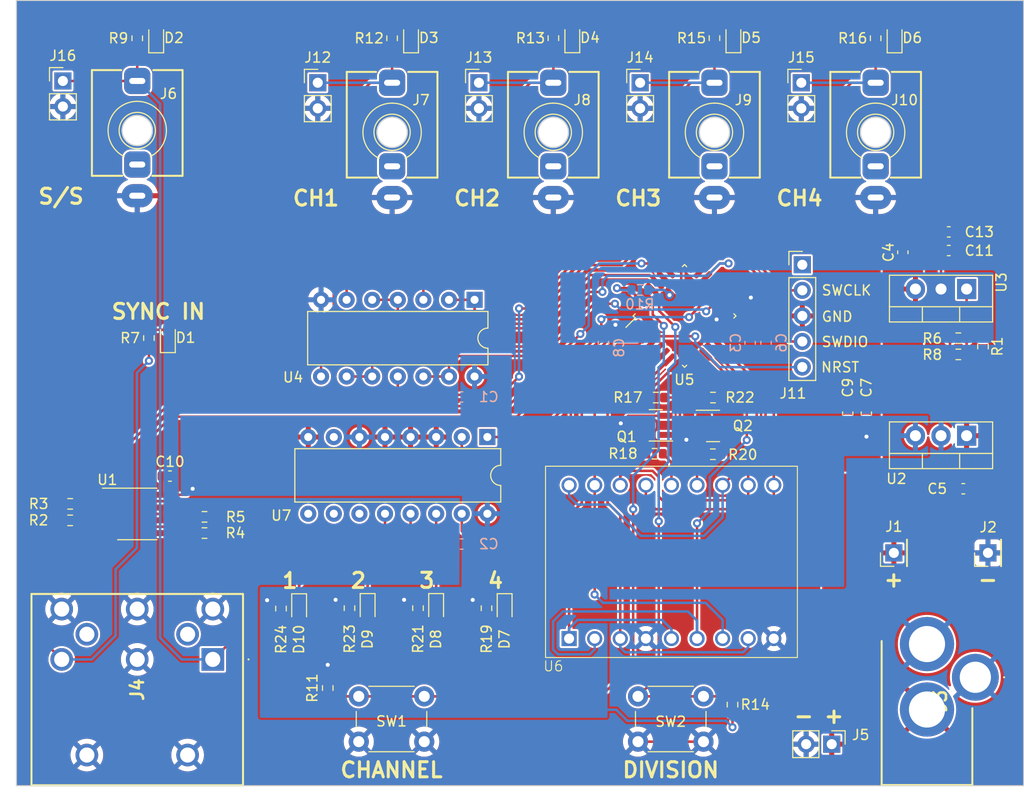
<source format=kicad_pcb>
(kicad_pcb (version 20221018) (generator pcbnew)
  (layers (0 "F.Cu" signal) (31 "B.Cu" signal) (34 "B.Paste" user) (35 "F.Paste" user) (36 "B.SilkS" user "B.Silkscreen") (37 "F.SilkS" user "F.Silkscreen") (38 "B.Mask" user) (39 "F.Mask" user) (44 "Edge.Cuts" user))
  (net 0 "")
  (net 1 "VCC")
  (net 2 "GND")
  (net 3 "+5V")
  (net 4 "+3.3V")
  (net 5 "Net-(D1-A)")
  (net 6 "Net-(D2-A)")
  (net 7 "Net-(D3-A)")
  (net 8 "Net-(D4-A)")
  (net 9 "Net-(D5-A)")
  (net 10 "Net-(D6-A)")
  (net 11 "Net-(D7-A)")
  (net 12 "Net-(D8-A)")
  (net 13 "Net-(D9-A)")
  (net 14 "Net-(D10-A)")
  (net 15 "START_STOP_IN")
  (net 16 "SYNC_CH1")
  (net 17 "SYNC_CH2")
  (net 18 "SYNC_CH3")
  (net 19 "SYNC_CH4")
  (net 20 "SYNC_IN")
  (net 21 "Net-(Q1-B)")
  (net 22 "Net-(Q1-C)")
  (net 23 "Net-(Q2-B)")
  (net 24 "Net-(Q2-C)")
  (net 25 "TENS_SEL")
  (net 26 "ONES_SEL")
  (net 27 "BOOT0")
  (net 28 "CHN_SEL")
  (net 29 "DIV_SEL")
  (net 30 "LED_SEL0")
  (net 31 "LED_SEL1")
  (net 32 "NRST")
  (net 33 "DISP_QA")
  (net 34 "DISP_QB")
  (net 35 "DISP_QC")
  (net 36 "DISP_QD")
  (net 37 "DISP_QE")
  (net 38 "DISP_QF")
  (net 39 "DISP_QG")
  (net 40 "TIM1_CLKIN")
  (net 41 "TIM1_CLKOUT")
  (net 42 "START_STOP")
  (net 43 "TIM4_CLKOUT")
  (net 44 "SWDIO")
  (net 45 "SWCLK")
  (net 46 "TIM2_CLKOUT")
  (net 47 "TIM3_CLKOUT")
  (net 48 "Net-(D7-K)")
  (net 49 "Net-(D8-K)")
  (net 50 "Net-(D9-K)")
  (net 51 "Net-(D10-K)")
  (net 55 "Net-(U3-ADJ)")
  (net 56 "Net-(U1A-+)")
  (net 57 "Net-(U1B-+)")
  (net 58 "Net-(U6-DIG1_COM)")
  (net 59 "Net-(U6-DIG2_COM)")
  (footprint "00mglib:Jack_3.5mm_QingPu_WQP-PJ398SM_Vertical" (layer "F.Cu") (at 175.3 50.09)
    (fp_text reference "J10")
    (fp_text value "AudioJack2")
    (fp_circle (center 0 0) (end 1.5 0) (stroke (width 0.12)) (fill none) (layer "Edge.Cuts"))
  )
  (footprint "LED_SMD:LED_0603_1608Metric" (layer "F.Cu") (at 118.07 97.4175 -90)
    (fp_text reference "D10")
    (fp_text value "CH4")
  )
  (footprint "Capacitor_SMD:C_0603_1608Metric" (layer "F.Cu") (at 174.38 78.01 90)
    (fp_text reference "C7")
    (fp_text value "1u")
  )
  (footprint "Connector_PinHeader_2.54mm:PinHeader_1x02_P2.54mm_Vertical" (layer "F.Cu") (at 135.92 45.17)
    (fp_text reference "J13")
    (fp_text value "Conn_01x02_Pin")
  )
  (footprint "Connector_PinHeader_2.54mm:PinHeader_1x02_P2.54mm_Vertical" (layer "F.Cu") (at 167.92 45.17)
    (fp_text reference "J15")
    (fp_text value "Conn_01x02_Pin")
  )
  (footprint "LED_SMD:LED_0603_1608Metric" (layer "F.Cu") (at 105.04 70.49 90)
    (fp_text reference "D1")
    (fp_text value "LED")
  )
  (footprint "Capacitor_SMD:C_0603_1608Metric" (layer "F.Cu") (at 172.529999 78.01 90)
    (fp_text reference "C9")
    (fp_text value "100n")
  )
  (footprint "Resistor_SMD:R_0603_1608Metric" (layer "F.Cu") (at 153.35 82.02)
    (fp_text reference "R18")
    (fp_text value "1k")
  )
  (footprint "Resistor_SMD:R_0603_1608Metric" (layer "F.Cu") (at 153.47 76.44)
    (fp_text reference "R17")
    (fp_text value "1k")
  )
  (footprint "Button_Switch_THT:SW_PUSH_6mm" (layer "F.Cu") (at 130.49 110.62 180)
    (fp_text reference "SW1")
    (fp_text value "SW_SPST")
  )
  (footprint "Capacitor_SMD:C_0603_1608Metric" (layer "F.Cu") (at 182.56 59.985)
    (fp_text reference "C13")
    (fp_text value "100n")
  )
  (footprint "Connector_PinHeader_2.54mm:PinHeader_1x02_P2.54mm_Vertical" (layer "F.Cu") (at 94.62 44.9925)
    (fp_text reference "J16")
    (fp_text value "Conn_01x02_Pin")
  )
  (footprint "Package_DIP:DIP-14_W7.62mm" (layer "F.Cu") (at 135.485 66.73 -90)
    (fp_text reference "U4")
    (fp_text value "74LS08")
  )
  (footprint "LED_SMD:LED_0603_1608Metric" (layer "F.Cu") (at 138.47 97.4075 -90)
    (fp_text reference "D7")
    (fp_text value "CH1")
  )
  (footprint "LED_SMD:LED_0603_1608Metric" (layer "F.Cu") (at 131.67 97.3975 -90)
    (fp_text reference "D8")
    (fp_text value "CH2")
  )
  (footprint "Package_QFP:LQFP-32_7x7mm_P0.8mm" (layer "F.Cu") (at 156.33 68.33 45)
    (fp_text reference "U5")
    (fp_text value "STM32G441KBTx")
  )
  (footprint "Resistor_SMD:R_0603_1608Metric" (layer "F.Cu") (at 143.31 40.74 90)
    (fp_text reference "R13")
    (fp_text value "1k")
  )
  (footprint "Resistor_SMD:R_0603_1608Metric" (layer "F.Cu") (at 127.3 40.75 90)
    (fp_text reference "R12")
    (fp_text value "1k")
  )
  (footprint "Resistor_SMD:R_0603_1608Metric" (layer "F.Cu") (at 102 40.75 90)
    (fp_text reference "R9")
    (fp_text value "1k")
  )
  (footprint "Resistor_SMD:R_0603_1608Metric" (layer "F.Cu") (at 185.955 71.365 -90)
    (fp_text reference "R1")
    (fp_text value "390R")
  )
  (footprint "Capacitor_SMD:C_0603_1608Metric" (layer "F.Cu") (at 184 85.5)
    (fp_text reference "C5")
    (fp_text value "1u")
  )
  (footprint "Resistor_SMD:R_0603_1608Metric" (layer "F.Cu") (at 95.34 87 180)
    (fp_text reference "R3")
    (fp_text value "3.3k")
  )
  (footprint "Package_TO_SOT_THT:TO-220-3_Vertical" (layer "F.Cu") (at 184.33 80.23 180)
    (fp_text reference "U2")
    (fp_text value "LM7805_TO220")
  )
  (footprint "Connector_PinHeader_2.54mm:PinHeader_1x02_P2.54mm_Vertical" (layer "F.Cu") (at 119.92 45.17)
    (fp_text reference "J12")
    (fp_text value "Conn_01x02_Pin")
  )
  (footprint "LED_SMD:LED_0603_1608Metric" (layer "F.Cu") (at 145.19 40.7 90)
    (fp_text reference "D4")
    (fp_text value "LED")
  )
  (footprint "Connector_PinHeader_2.54mm:PinHeader_1x01_P2.54mm_Vertical" (layer "F.Cu") (at 177.11 91.87 90)
    (fp_text reference "J1")
    (fp_text value "V+")
  )
  (footprint "Resistor_SMD:R_0603_1608Metric" (layer "F.Cu") (at 159.1525 76.44 180)
    (fp_text reference "R22")
    (fp_text value "1k")
  )
  (footprint "Resistor_SMD:R_0603_1608Metric" (layer "F.Cu") (at 95.34 88.64)
    (fp_text reference "R2")
    (fp_text value "2.2k")
  )
  (footprint "Connector_PinHeader_2.54mm:PinHeader_1x02_P2.54mm_Vertical" (layer "F.Cu") (at 151.92 45.17)
    (fp_text reference "J14")
    (fp_text value "Conn_01x02_Pin")
  )
  (footprint "00mglib:Jack_3.5mm_QingPu_WQP-PJ398SM_Vertical" (layer "F.Cu") (at 127.3 50.09)
    (fp_text reference "J7")
    (fp_text value "AudioJack2")
    (fp_circle (center 0 0) (end 1.5 0) (stroke (width 0.12)) (fill none) (layer "Edge.Cuts"))
  )
  (footprint "00mglib:Jack_3.5mm_QingPu_WQP-PJ398SM_Vertical" (layer "F.Cu") (at 102 49.9125)
    (fp_text reference "J6")
    (fp_text value "AudioJack2")
    (fp_circle (center 0 0) (end 1.5 0) (stroke (width 0.12)) (fill none) (layer "Edge.Cuts"))
  )
  (footprint "Resistor_SMD:R_0603_1608Metric" (layer "F.Cu") (at 108.675 89.9 180)
    (fp_text reference "R4")
    (fp_text value "2.2k")
  )
  (footprint "Capacitor_SMD:C_0603_1608Metric" (layer "F.Cu") (at 105.245 84.24)
    (fp_text reference "C10")
    (fp_text value "100n")
  )
  (footprint "Resistor_SMD:R_0603_1608Metric" (layer "F.Cu") (at 123.07 97.3575 -90)
    (fp_text reference "R23")
    (fp_text value "1k")
  )
  (footprint "Button_Switch_THT:SW_PUSH_6mm" (layer "F.Cu") (at 158.21 110.62 180)
    (fp_text reference "SW2")
    (fp_text value "SW_SPST")
  )
  (footprint "Resistor_SMD:R_0603_1608Metric" (layer "F.Cu") (at 159.1425 82.07 180)
    (fp_text reference "R20")
    (fp_text value "1k")
  )
  (footprint "00mglib:200975" (layer "F.Cu") (at 185.1975 104.226 90)
    (fp_text reference "J3")
    (fp_text value "DC" hide)
  )
  (footprint "Package_TO_SOT_SMD:SOT-23" (layer "F.Cu") (at 153.47 79.2 180)
    (fp_text reference "Q1")
    (fp_text value "BC807")
  )
  (footprint "Package_TO_SOT_SMD:SOT-23" (layer "F.Cu") (at 159.1575 79.26)
    (fp_text reference "Q2")
    (fp_text value "BC807")
  )
  (footprint "Resistor_SMD:R_0603_1608Metric" (layer "F.Cu") (at 161.09 106.94 90)
    (fp_text reference "R14")
    (fp_text value "1k")
  )
  (footprint "Resistor_SMD:R_0603_1608Metric" (layer "F.Cu") (at 159.3 40.74 90)
    (fp_text reference "R15")
    (fp_text value "1k")
  )
  (footprint "Resistor_SMD:R_0603_1608Metric" (layer "F.Cu") (at 183.505001 72.155)
    (fp_text reference "R8")
    (fp_text value "470R")
  )
  (footprint "Resistor_SMD:R_0603_1608Metric" (layer "F.Cu") (at 136.67 97.3675 -90)
    (fp_text reference "R19")
    (fp_text value "1k")
  )
  (footprint "LED_SMD:LED_0603_1608Metric" (layer "F.Cu") (at 124.87 97.3975 -90)
    (fp_text reference "D9")
    (fp_text value "CH3")
  )
  (footprint "Resistor_SMD:R_0603_1608Metric" (layer "F.Cu") (at 175.3 40.75 90)
    (fp_text reference "R16")
    (fp_text value "1k")
  )
  (footprint "Resistor_SMD:R_0603_1608Metric" (layer "F.Cu") (at 120.91 105.29 -90)
    (fp_text reference "R11")
    (fp_text value "1k")
  )
  (footprint "Connector_PinHeader_2.54mm:PinHeader_1x01_P2.54mm_Vertical" (layer "F.Cu") (at 186.45 91.87 90)
    (fp_text reference "J2")
    (fp_text value "GND")
  )
  (footprint "Connector_PinHeader_2.54mm:PinHeader_1x02_P2.54mm_Vertical" (layer "F.Cu") (at 170.94 110.87 -90)
    (fp_text reference "J5")
    (fp_text value "BATT")
  )
  (footprint "00mglib:Jack_3.5mm_QingPu_WQP-PJ398SM_Vertical" (layer "F.Cu") (at 159.3 50.09)
    (fp_text reference "J9")
    (fp_text value "AudioJack2")
    (fp_circle (center 0 0) (end 1.5 0) (stroke (width 0.12)) (fill none) (layer "Edge.Cuts"))
  )
  (footprint "Resistor_SMD:R_0603_1608Metric" (layer "F.Cu") (at 103.16 70.53 90)
    (fp_text reference "R7")
    (fp_text value "1k")
  )
  (footprint "LED_SMD:LED_0603_1608Metric" (layer "F.Cu") (at 161.18 40.7 90)
    (fp_text reference "D5")
    (fp_text value "LED")
  )
  (footprint "Package_TO_SOT_THT:TO-220-3_Vertical" (layer "F.Cu") (at 184.33 65.66 180)
    (fp_text reference "U3")
    (fp_text value "LM317_TO-220")
  )
  (footprint "LED_SMD:LED_0603_1608Metric" (layer "F.Cu") (at 103.88 40.71 90)
    (fp_text reference "D2")
    (fp_text value "LED")
  )
  (footprint "Connector_PinHeader_2.54mm:PinHeader_1x05_P2.54mm_Vertical" (layer "F.Cu") (at 168.02 63.25)
    (fp_text reference "J11")
    (fp_text value "DEBUG")
  )
  (footprint "00mglib:OSL20561" (layer "F.Cu") (at 142.53 102.26)
    (fp_text reference "U6")
    (fp_text value "~")
  )
  (footprint "LED_SMD:LED_0603_1608Metric" (layer "F.Cu") (at 177.18 40.71 90)
    (fp_text reference "D6")
    (fp_text value "LED")
  )
  (footprint "Capacitor_SMD:C_0603_1608Metric" (layer "F.Cu") (at 182.56 61.835)
    (fp_text reference "C11")
    (fp_text value "1u")
  )
  (footprint "Resistor_SMD:R_0603_1608Metric" (layer "F.Cu") (at 108.675 88.29)
    (fp_text reference "R5")
    (fp_text value "3.3k")
  )
  (footprint "Package_SO:SOIC-8_3.9x4.9mm_P1.27mm" (layer "F.Cu") (at 102 88)
    (fp_text reference "U1")
    (fp_text value "LM358")
  )
  (footprint "00mglib:Jack_3.5mm_QingPu_WQP-PJ398SM_Vertical" (layer "F.Cu") (at 143.3 50.09)
    (fp_text reference "J8")
    (fp_text value "AudioJack2")
    (fp_circle (center 0 0) (end 1.5 0) (stroke (width 0.12)) (fill none) (layer "Edge.Cuts"))
  )
  (footprint "Capacitor_SMD:C_0603_1608Metric" (layer "F.Cu") (at 178 62.01 90)
    (fp_text reference "C4")
    (fp_text value "1u")
  )
  (footprint "Package_DIP:DIP-16_W7.62mm" (layer "F.Cu") (at 136.755 80.36 -90)
    (fp_text reference "U7")
    (fp_text value "74HC138")
  )
  (footprint "LED_SMD:LED_0603_1608Metric" (layer "F.Cu") (at 129.18 40.71 90)
    (fp_text reference "D3")
    (fp_text value "LED")
  )
  (footprint "Resistor_SMD:R_0603_1608Metric" (layer "F.Cu") (at 129.87 97.3575 -90)
    (fp_text reference "R21")
    (fp_text value "1k")
  )
  (footprint "Resistor_SMD:R_0603_1608Metric" (layer "F.Cu") (at 183.505001 70.545)
    (fp_text reference "R6")
    (fp_text value "470R")
  )
  (footprint "00mglib:200551" (layer "F.Cu") (at 109.5 102.45 90)
    (fp_text reference "J4")
    (fp_text value "20-0551" hide)
  )
  (footprint "Resistor_SMD:R_0603_1608Metric" (layer "F.Cu") (at 116.27 97.3975 -90)
    (fp_text reference "R24")
    (fp_text value "1k")
  )
  (footprint "Capacitor_SMD:C_0603_1608Metric" (layer "B.Cu") (at 162.84 71 -90)
    (fp_text reference "C3")
    (fp_text value "100n" hide)
  )
  (footprint "Capacitor_SMD:C_0603_1608Metric" (layer "B.Cu") (at 164.42 71 -90)
    (fp_text reference "C6")
    (fp_text value "100n")
  )
  (footprint "Capacitor_SMD:C_0603_1608Metric" (layer "B.Cu") (at 148.27 71 -90)
    (fp_text reference "C8")
    (fp_text value "100n")
  )
  (footprint "Capacitor_SMD:C_0603_1608Metric" (layer "B.Cu") (at 134.2 90.99 180)
    (fp_text reference "C2")
    (fp_text value "100n")
  )
  (footprint "Capacitor_SMD:C_0603_1608Metric" (layer "B.Cu") (at 134.18 76.38 180)
    (fp_text reference "C1")
    (fp_text value "100n")
  )
  (footprint "Resistor_SMD:R_0603_1608Metric" (layer "B.Cu") (at 151.89 65.75)
    (fp_text reference "R10")
    (fp_text value "10k" hide)
  )
  (gr_rect (start 90 37) (end 190 115) (stroke (width 0.1)) (fill none) (layer "Edge.Cuts"))
  (gr_text "2" (at 123.95 95.4975) (layer "F.SilkS") (effects (font (size 1.5 1.5) (thickness 0.3) bold) (justify bottom)))
  (gr_text "CH4" (at 167.74 57.52) (layer "F.SilkS") (effects (font (size 1.5 1.5) (thickness 0.3) bold) (justify bottom)))
  (gr_text "+ -" (at 169.665 107.38 180) (layer "F.SilkS") (effects (font (size 1.5 1.5) (thickness 0.3) bold) (justify bottom)))
  (gr_text "CH3" (at 151.74 57.52) (layer "F.SilkS") (effects (font (size 1.5 1.5) (thickness 0.3) bold) (justify bottom)))
  (gr_text "S/S" (at 94.44 57.3425) (layer "F.SilkS") (effects (font (size 1.5 1.5) (thickness 0.3) bold) (justify bottom)))
  (gr_text "CH1" (at 119.74 57.52) (layer "F.SilkS") (effects (font (size 1.5 1.5) (thickness 0.3) bold) (justify bottom)))
  (gr_text "SWDIO" (at 172.26 70.91) (layer "F.SilkS") (effects (font (size 1 1))))
  (gr_text "CH2" (at 135.74 57.52) (layer "F.SilkS") (effects (font (size 1.5 1.5) (thickness 0.3) bold) (justify bottom)))
  (gr_text "SYNC IN" (at 104.1 68.78) (layer "F.SilkS") (effects (font (size 1.5 1.5) (thickness 0.3) bold) (justify bottom)))
  (gr_text "SWCLK" (at 172.41 65.79) (layer "F.SilkS") (effects (font (size 1 1))))
  (gr_text "-" (at 186.44 95.38) (layer "F.SilkS") (effects (font (size 1.5 1.5) (thickness 0.3) bold) (justify bottom)))
  (gr_text "4" (at 137.56 95.5075) (layer "F.SilkS") (effects (font (size 1.5 1.5) (thickness 0.3) bold) (justify bottom)))
  (gr_text "+" (at 177.1 95.38) (layer "F.SilkS") (effects (font (size 1.5 1.5) (thickness 0.3) bold) (justify bottom)))
  (gr_text "3" (at 130.75 95.4925) (layer "F.SilkS") (effects (font (size 1.5 1.5) (thickness 0.3) bold) (justify bottom)))
  (gr_text "GND" (at 171.48 68.4) (layer "F.SilkS") (effects (font (size 1 1))))
  (gr_text "CHANNEL" (at 127.24 114.31) (layer "F.SilkS") (effects (font (size 1.5 1.5) (thickness 0.3) bold) (justify bottom)))
  (gr_text "NRST" (at 171.78 73.43) (layer "F.SilkS") (effects (font (size 1 1))))
  (gr_text "1" (at 117.15 95.5125) (layer "F.SilkS") (effects (font (size 1.5 1.5) (thickness 0.3) bold) (justify bottom)))
  (gr_text "DIVISION" (at 154.96 114.31) (layer "F.SilkS") (effects (font (size 1.5 1.5) (thickness 0.3) bold) (justify bottom)))
  (segment (start 99.52 89.9) (end 99.525 89.905) (width 0.25) (layer "F.Cu") (net 2))
  (segment (start 151.71 110.62) (end 158.21 110.62) (width 0.25) (layer "F.Cu") (net 2))
  (segment (start 94.51 86.995) (end 94.515 87) (width 0.25) (layer "F.Cu") (net 2))
  (via (at 154.83725 66.26275) (size 0.8) (drill 0.4) (layers "F.Cu" "B.Cu") (net 2))
  (segment (start 154.3245 65.75) (end 152.715 65.75) (width 0.25) (layer "B.Cu") (net 2))
  (segment (start 154.83725 66.26275) (end 154.3245 65.75) (width 0.25) (layer "B.Cu") (net 2))
  (segment (start 174.39 80.32) (end 174.39 78.795) (width 0.25) (layer "F.Cu") (net 3))
  (segment (start 104.47 86.09) (end 104.475 86.095) (width 0.25) (layer "F.Cu") (net 3))
  (segment (start 107.5 85.5) (end 106.905 86.095) (width 0.25) (layer "F.Cu") (net 3))
  (segment (start 121.69 96.53) (end 123.0675 96.53) (width 0.25) (layer "F.Cu") (net 3))
  (segment (start 150 79) (end 150.75 78.25) (width 0.25) (layer "F.Cu") (net 3))
  (segment (start 156.93 80.21) (end 156.51 80.63) (width 0.25) (layer "F.Cu") (net 3))
  (segment (start 129.8675 96.53) (end 129.87 96.5325) (width 0.25) (layer "F.Cu") (net 3))
  (segment (start 104.47 84.24) (end 104.47 86.09) (width 0.25) (layer "F.Cu") (net 3))
  (segment (start 174.39 78.795) (end 174.38 78.785) (width 0.25) (layer "F.Cu") (net 3))
  (segment (start 135.3 96.54) (end 136.6675 96.54) (width 0.25) (layer "F.Cu") (net 3))
  (segment (start 128.49 96.53) (end 129.8675 96.53) (width 0.25) (layer "F.Cu") (net 3))
  (segment (start 106.905 86.095) (end 104.475 86.095) (width 0.25) (layer "F.Cu") (net 3))
  (segment (start 104.48 86.1) (end 104.475 86.095) (width 0.25) (layer "F.Cu") (net 3))
  (segment (start 174.38 78.785) (end 174.385 78.78) (width 0.25) (layer "F.Cu") (net 3))
  (segment (start 161.09 107.765) (end 161.09 109.19) (width 0.25) (layer "F.Cu") (net 3))
  (segment (start 150.75 78.25) (end 154.4075 78.25) (width 0.25) (layer "F.Cu") (net 3))
  (segment (start 114.89 96.57) (end 116.2675 96.57) (width 0.25) (layer "F.Cu") (net 3))
  (segment (start 158.22 80.21) (end 156.93 80.21) (width 0.25) (layer "F.Cu") (net 3))
  (segment (start 136.6675 96.54) (end 136.67 96.5425) (width 0.25) (layer "F.Cu") (net 3))
  (segment (start 172.529999 78.785) (end 174.38 78.785) (width 0.25) (layer "F.Cu") (net 3))
  (segment (start 116.2675 96.57) (end 116.27 96.5725) (width 0.25) (layer "F.Cu") (net 3))
  (segment (start 120.91 102.99) (end 120.91 104.465) (width 0.25) (layer "F.Cu") (net 3))
  (segment (start 123.0675 96.53) (end 123.07 96.5325) (width 0.25) (layer "F.Cu") (net 3))
  (via (at 107.5 85.5) (size 0.8) (drill 0.4) (layers "F.Cu" "B.Cu") (net 3))
  (via (at 114.89 96.57) (size 0.8) (drill 0.4) (layers "F.Cu" "B.Cu") (net 3))
  (via (at 121.69 96.53) (size 0.8) (drill 0.4) (layers "F.Cu" "B.Cu") (net 3))
  (via (at 128.49 96.53) (size 0.8) (drill 0.4) (layers "F.Cu" "B.Cu") (net 3))
  (via (at 174.39 80.32) (size 0.8) (drill 0.4) (layers "F.Cu" "B.Cu") (net 3))
  (via (at 150 79) (size 0.8) (drill 0.4) (layers "F.Cu" "B.Cu") (net 3))
  (via (at 120.91 102.99) (size 0.8) (drill 0.4) (layers "F.Cu" "B.Cu") (net 3))
  (via (at 156.51 80.63) (size 0.8) (drill 0.4) (layers "F.Cu" "B.Cu") (net 3))
  (via (at 161.09 109.19) (size 0.8) (drill 0.4) (layers "F.Cu" "B.Cu") (net 3))
  (via (at 135.3 96.54) (size 0.8) (drill 0.4) (layers "F.Cu" "B.Cu") (net 3))
  (segment (start 150.65 108.55) (end 149.55 107.45) (width 0.25) (layer "B.Cu") (net 3))
  (segment (start 149.55 107.45) (end 147.81 107.45) (width 0.25) (layer "B.Cu") (net 3))
  (segment (start 161.09 109.19) (end 160.45 108.55) (width 0.25) (layer "B.Cu") (net 3))
  (segment (start 160.45 108.55) (end 150.65 108.55) (width 0.25) (layer "B.Cu") (net 3))
  (segment (start 182.42 70.545) (end 182.68 70.545001) (width 0.25) (layer "F.Cu") (net 4))
  (segment (start 150.1 69.84) (end 150.860202 69.84) (width 0.25) (layer "F.Cu") (net 4))
  (segment (start 159.51 68.681573) (end 160.696384 69.867957) (width 0.25) (layer "F.Cu") (net 4))
  (segment (start 150.860202 69.84) (end 151.39793 69.302272) (width 0.25) (layer "F.Cu") (net 4))
  (segment (start 181.79 61.84) (end 181.79 65.66) (width 0.25) (layer "F.Cu") (net 4))
  (segment (start 181.79 69.914999) (end 182.42 70.545) (width 0.25) (layer "F.Cu") (net 4))
  (segment (start 181.79 65.66) (end 181.79 69.914999) (width 0.25) (layer "F.Cu") (net 4))
  (segment (start 181.785 59.985) (end 181.785 61.835) (width 0.25) (layer "F.Cu") (net 4))
  (segment (start 159.51 68.68) (end 159.51 68.681573) (width 0.25) (layer "F.Cu") (net 4))
  (segment (start 162.91 66.51) (end 162.109798 66.51) (width 0.25) (layer "F.Cu") (net 4))
  (segment (start 181.785 61.835) (end 181.79 61.84) (width 0.25) (layer "F.Cu") (net 4))
  (segment (start 182.680001 72.155) (end 182.680001 70.545) (width 0.25) (layer "F.Cu") (net 4))
  (segment (start 149.47 69.21) (end 150.1 69.84) (width 0.25) (layer "F.Cu") (net 4))
  (segment (start 162.109798 66.51) (end 161.26207 67.357728) (width 0.25) (layer "F.Cu") (net 4))
  (via (at 159.51 68.68) (size 0.8) (drill 0.4) (layers "F.Cu" "B.Cu") (net 4))
  (via (at 149.47 69.21) (size 0.8) (drill 0.4) (layers "F.Cu" "B.Cu") (net 4))
  (via (at 162.91 66.51) (size 0.8) (drill 0.4) (layers "F.Cu" "B.Cu") (net 4))
  (segment (start 103.16 69.705) (end 105.0375 69.705) (width 0.25) (layer "F.Cu") (net 5))
  (segment (start 105.0375 69.705) (end 105.04 69.7025) (width 0.25) (layer "F.Cu") (net 5))
  (segment (start 102 39.925) (end 103.8775 39.925) (width 0.25) (layer "F.Cu") (net 6))
  (segment (start 103.8775 39.925) (end 103.88 39.9225) (width 0.25) (layer "F.Cu") (net 6))
  (segment (start 129.1775 39.925) (end 129.18 39.9225) (width 0.25) (layer "F.Cu") (net 7))
  (segment (start 127.3 39.925) (end 129.1775 39.925) (width 0.25) (layer "F.Cu") (net 7))
  (segment (start 145.19 39.9125) (end 143.3125 39.9125) (width 0.25) (layer "F.Cu") (net 8))
  (segment (start 143.3125 39.9125) (end 143.31 39.915) (width 0.25) (layer "F.Cu") (net 8))
  (segment (start 161.1775 39.915) (end 161.18 39.9125) (width 0.25) (layer "F.Cu") (net 9))
  (segment (start 159.3 39.915) (end 161.1775 39.915) (width 0.25) (layer "F.Cu") (net 9))
  (segment (start 175.3 39.925) (end 177.1775 39.925) (width 0.25) (layer "F.Cu") (net 10))
  (segment (start 177.1775 39.925) (end 177.18 39.9225) (width 0.25) (layer "F.Cu") (net 10))
  (segment (start 138.4675 98.1925) (end 138.47 98.195) (width 0.25) (layer "F.Cu") (net 11))
  (segment (start 136.67 98.1925) (end 138.4675 98.1925) (width 0.25) (layer "F.Cu") (net 11))
  (segment (start 129.8725 98.185) (end 129.87 98.1825) (width 0.25) (layer "F.Cu") (net 12))
  (segment (start 131.67 98.185) (end 129.8725 98.185) (width 0.25) (layer "F.Cu") (net 12))
  (segment (start 124.87 98.185) (end 123.0725 98.185) (width 0.25) (layer "F.Cu") (net 13))
  (segment (start 123.0725 98.185) (end 123.07 98.1825) (width 0.25) (layer "F.Cu") (net 13))
  (segment (start 116.2875 98.205) (end 116.27 98.2225) (width 0.25) (layer "F.Cu") (net 14))
  (segment (start 118.07 98.205) (end 116.2875 98.205) (width 0.25) (layer "F.Cu") (net 14))
  (segment (start 102 41.575) (end 102 44.9925) (width 0.25) (layer "F.Cu") (net 15))
  (segment (start 109.5 93.76) (end 109.5 89.9) (width 0.25) (layer "F.Cu") (net 15))
  (segment (start 111.44 95.7) (end 109.5 93.76) (width 0.25) (layer "F.Cu") (net 15))
  (segment (start 94.62 44.9925) (end 102 44.9925) (width 0.25) (layer "F.Cu") (net 15))
  (segment (start 111.44 100.54) (end 111.44 95.7) (width 0.25) (layer "F.Cu") (net 15))
  (segment (start 109.53 102.45) (end 111.44 100.54) (width 0.25) (layer "F.Cu") (net 15))
  (segment (start 109.5 102.45) (end 109.53 102.45) (width 0.25) (layer "F.Cu") (net 15))
  (segment (start 109.5 102.45) (end 106.41 102.45) (width 0.25) (layer "B.Cu") (net 15))
  (segment (start 104.27 100.31) (end 104.27 47.2625) (width 0.25) (layer "B.Cu") (net 15))
  (segment (start 106.41 102.45) (end 104.27 100.31) (width 0.25) (layer "B.Cu") (net 15))
  (segment (start 104.27 47.2625) (end 102 44.9925) (width 0.25) (layer "B.Cu") (net 15))
  (segment (start 123.06 47.26) (end 123.06 62.43) (width 0.25) (layer "F.Cu") (net 16))
  (segment (start 121.51 63.98) (end 121.51 71.15) (width 0.25) (layer "F.Cu") (net 16))
  (segment (start 125.15 45.17) (end 123.06 47.26) (width 0.25) (layer "F.Cu") (net 16))
  (segment (start 121.51 71.15) (end 120.245 72.415) (width 0.25) (layer "F.Cu") (net 16))
  (segment (start 127.3 41.575) (end 127.3 45.17) (width 0.25) (layer "F.Cu") (net 16))
  (segment (start 127.3 45.17) (end 125.15 45.17) (width 0.25) (layer "F.Cu") (net 16))
  (segment (start 123.06 62.43) (end 121.51 63.98) (width 0.25) (layer "F.Cu") (net 16))
  (segment (start 120.245 72.415) (end 120.245 74.35) (width 0.25) (layer "F.Cu") (net 16))
  (segment (start 119.92 45.17) (end 127.3 45.17) (width 0.25) (layer "B.Cu") (net 16))
  (segment (start 138.3 63.21) (end 124.08 63.21) (width 0.25) (layer "F.Cu") (net 17))
  (segment (start 139.06 62.45) (end 139.06 47.14) (width 0.25) (layer "F.Cu") (net 17))
  (segment (start 143.31 41.565) (end 143.31 45.16) (width 0.25) (layer "F.Cu") (net 17))
  (segment (start 138.3 63.21) (end 139.06 62.45) (width 0.25) (layer "F.Cu") (net 17))
  (segment (start 139.06 47.14) (end 141.03 45.17) (width 0.25) (layer "F.Cu") (net 17))
  (segment (start 143.31 45.16) (end 143.3 45.17) (width 0.25) (layer "F.Cu") (net 17))
  (segment (start 141.03 45.17) (end 143.3 45.17) (width 0.25) (layer "F.Cu") (net 17))
  (segment (start 122.785 64.505) (end 122.785 66.73) (width 0.25) (layer "F.Cu") (net 17))
  (segment (start 124.08 63.21) (end 122.785 64.505) (width 0.25) (layer "F.Cu") (net 17))
  (segment (start 135.92 45.17) (end 143.3 45.17) (width 0.25) (layer "B.Cu") (net 17))
  (segment (start 145.65 61.41) (end 142.62 64.44) (width 0.25) (layer "F.Cu") (net 18))
  (segment (start 159.3 41.565) (end 159.3 45.17) (width 0.25) (layer "F.Cu") (net 18))
  (segment (start 156.95 45.17) (end 155.04 47.08) (width 0.25) (layer "F.Cu") (net 18))
  (segment (start 142.62 64.44) (end 131.4 64.44) (width 0.25) (layer "F.Cu") (net 18))
  (segment (start 131.4 64.44) (end 130.405 65.435) (width 0.25) (layer "F.Cu") (net 18))
  (segment (start 149.48 61.41) (end 145.65 61.41) (width 0.25) (layer "F.Cu") (net 18))
  (segment (start 159.3 45.17) (end 156.95 45.17) (width 0.25) (layer "F.Cu") (net 18))
  (segment (start 130.405 65.435) (end 130.405 66.73) (width 0.25) (layer "F.Cu") (net 18))
  (segment (start 155.04 47.08) (end 155.04 55.85) (width 0.25) (layer "F.Cu") (net 18))
  (segment (start 155.04 55.85) (end 149.48 61.41) (width 0.25) (layer "F.Cu") (net 18))
  (segment (start 151.92 45.17) (end 159.3 45.17) (width 0.25) (layer "B.Cu") (net 18))
  (segment (start 175.3 41.575) (end 175.3 45.17) (width 0.25) (layer "F.Cu") (net 19))
  (segment (start 171.07 47) (end 172.9 45.17) (width 0.25) (layer "F.Cu") (net 19))
  (segment (start 138.09 76.17) (end 128.32 76.17) (width 0.25) (layer "F.Cu") (net 19))
  (segment (start 146.04 62.33) (end 149.86 62.33) (width 0.25) (layer "F.Cu") (net 19))
  (segment (start 149.86 62.33) (end 151.63 60.56) (width 0.25) (layer "F.Cu") (net 19))
  (segment (start 139.9 67.59) (end 140.78 67.59) (width 0.25) (layer "F.Cu") (net 19))
  (segment (start 167.21 60.56) (end 171.07 56.7) (width 0.25) (layer "F.Cu") (net 19))
  (segment (start 127.865 75.715) (end 127.865 74.35) (width 0.25) (layer "F.Cu") (net 19))
  (segment (start 171.07 56.7) (end 171.07 47) (width 0.25) (layer "F.Cu") (net 19))
  (segment (start 139.9 74.36) (end 138.09 76.17) (width 0.25) (layer "F.Cu") (net 19))
  (segment (start 128.32 76.17) (end 127.865 75.715) (width 0.25) (layer "F.Cu") (net 19))
  (segment (start 151.63 60.56) (end 167.21 60.56) (width 0.25) (layer "F.Cu") (net 19))
  (segment (start 140.78 67.59) (end 146.04 62.33) (width 0.25) (layer "F.Cu") (net 19))
  (segment (start 172.9 45.17) (end 175.3 45.17) (width 0.25) (layer "F.Cu") (net 19))
  (via (at 139.9 67.59) (size 0.8) (drill 0.4) (layers "F.Cu" "B.Cu") (net 19))
  (via (at 139.9 74.36) (size 0.8) (drill 0.4) (layers "F.Cu" "B.Cu") (net 19))
  (segment (start 139.9 74.36) (end 139.9 67.59) (width 0.25) (layer "B.Cu") (net 19))
  (segment (start 167.92 45.17) (end 175.3 45.17) (width 0.25) (layer "B.Cu") (net 19))
  (segment (start 94.515 88.64) (end 94.5 88.655) (width 0.25) (layer "F.Cu") (net 20))
  (segment (start 92.55 100.5) (end 92.55 95.78) (width 0.25) (layer "F.Cu") (net 20))
  (segment (start 94.5 88.655) (end 94.5 93.83) (width 0.25) (layer "F.Cu") (net 20))
  (segment (start 92.55 95.78) (end 94.5 93.83) (width 0.25) (layer "F.Cu") (net 20))
  (segment (start 103.16 72.79) (end 103.16 71.355) (width 0.25) (layer "F.Cu") (net 20))
  (segment (start 94.5 102.45) (end 92.55 100.5) (width 0.25) (layer "F.Cu") (net 20))
  (via (at 103.16 72.79) (size 0.8) (drill 0.4) (layers "F.Cu" "B.Cu") (net 20))
  (segment (start 101.97 73.98) (end 101.97 91.38) (width 0.25) (layer "B.Cu") (net 20))
  (segment (start 101.97 91.38) (end 99.85 93.5) (width 0.25) (layer "B.Cu") (net 20))
  (segment (start 103.16 72.79) (end 101.97 73.98) (width 0.25) (layer "B.Cu") (net 20))
  (segment (start 99.85 100.09) (end 97.49 102.45) (width 0.25) (layer "B.Cu") (net 20))
  (segment (start 97.49 102.45) (end 94.5 102.45) (width 0.25) (layer "B.Cu") (net 20))
  (segment (start 99.85 93.5) (end 99.85 100.09) (width 0.25) (layer "B.Cu") (net 20))
  (segment (start 155.87 79.75) (end 155.47 80.15) (width 0.25) (layer "F.Cu") (net 21))
  (segment (start 155.87 76.85) (end 155.87 79.75) (width 0.25) (layer "F.Cu") (net 21))
  (segment (start 154.295 76.44) (end 155.46 76.44) (width 0.25) (layer "F.Cu") (net 21))
  (segment (start 155.46 76.44) (end 155.87 76.85) (width 0.25) (layer "F.Cu") (net 21))
  (segment (start 155.47 80.15) (end 154.4075 80.15) (width 0.25) (layer "F.Cu") (net 21))
  (segment (start 152.5325 82.0125) (end 152.525 82.02) (width 0.25) (layer "F.Cu") (net 22))
  (segment (start 152.5325 79.2) (end 152.5325 82.0125) (width 0.25) (layer "F.Cu") (net 22))
  (segment (start 158.22 76.5475) (end 158.3275 76.44) (width 0.25) (layer "F.Cu") (net 23))
  (segment (start 158.22 78.31) (end 158.22 76.5475) (width 0.25) (layer "F.Cu") (net 23))
  (segment (start 160.095 81.9425) (end 159.9675 82.07) (width 0.25) (layer "F.Cu") (net 24))
  (segment (start 160.095 79.26) (end 160.095 81.9425) (width 0.25) (layer "F.Cu") (net 24))
  (segment (start 152.645 76.44) (end 152.645 75.974798) (width 0.25) (layer "F.Cu") (net 25))
  (segment (start 152.645 75.974798) (end 155.357728 73.26207) (width 0.25) (layer "F.Cu") (net 25))
  (segment (start 159.9775 76.44) (end 159.9775 75.937298) (width 0.25) (layer "F.Cu") (net 26))
  (segment (start 159.9775 75.937298) (end 157.302272 73.26207) (width 0.25) (layer "F.Cu") (net 26))
  (segment (start 149.62 65.57) (end 150.741573 65.57) (width 0.25) (layer "F.Cu") (net 27))
  (segment (start 150.741573 65.57) (end 151.963616 66.792043) (width 0.25) (layer "F.Cu") (net 27))
  (via (at 149.62 65.57) (size 0.8) (drill 0.4) (layers "F.Cu" "B.Cu") (net 27))
  (segment (start 149.62 65.57) (end 149.8 65.75) (width 0.25) (layer "B.Cu") (net 27))
  (segment (start 149.8 65.75) (end 151.065 65.75) (width 0.25) (layer "B.Cu") (net 27))
  (segment (start 153.17 68.19) (end 153.17 66.867056) (width 0.25) (layer "F.Cu") (net 28))
  (segment (start 151.23 87.53) (end 151.22 87.54) (width 0.25) (layer "F.Cu") (net 28))
  (segment (start 154.270353 69.290353) (end 153.17 68.19) (width 0.25) (layer "F.Cu") (net 28))
  (segment (start 120.91 106.115) (end 120.915 106.12) (width 0.25) (layer "F.Cu") (net 28))
  (segment (start 153.17 66.867056) (end 152.529301 66.226357) (width 0.25) (layer "F.Cu") (net 28))
  (segment (start 120.915 106.12) (end 123.99 106.12) (width 0.25) (layer "F.Cu") (net 28))
  (segment (start 148.02 106.12) (end 130.49 106.12) (width 0.25) (layer "F.Cu") (net 28))
  (segment (start 151.23 87.53) (end 151.23 102.91) (width 0.25) (layer "F.Cu") (net 28))
  (segment (start 151.23 102.91) (end 148.02 106.12) (width 0.25) (layer "F.Cu") (net 28))
  (segment (start 154.270353 69.309647) (end 154.270353 69.290353) (width 0.25) (layer "F.Cu") (net 28))
  (segment (start 130.49 106.12) (end 123.99 106.12) (width 0.25) (layer "F.Cu") (net 28))
  (via (at 154.270353 69.309647) (size 0.8) (drill 0.4) (layers "F.Cu" "B.Cu") (net 28))
  (via (at 151.23 87.53) (size 0.8) (drill 0.4) (layers "F.Cu" "B.Cu") (net 28))
  (segment (start 154.270353 69.309647) (end 154.270353 72.939647) (width 0.25) (layer "B.Cu") (net 28))
  (segment (start 153.75 73.46) (end 153.75 81.69) (width 0.25) (layer "B.Cu") (net 28))
  (segment (start 153.75 81.69) (end 151.23 84.21) (width 0.25) (layer "B.Cu") (net 28))
  (segment (start 151.23 84.21) (end 151.23 87.53) (width 0.25) (layer "B.Cu") (net 28))
  (segment (start 154.270353 72.939647) (end 153.75 73.46) (width 0.25) (layer "B.Cu") (net 28))
  (segment (start 161.09 106.115) (end 161.085 106.12) (width 0.25) (layer "F.Cu") (net 29))
  (segment (start 153.77 88.73) (end 153.76 88.74) (width 0.25) (layer "F.Cu") (net 29))
  (segment (start 153.81 67.824696) (end 153.81 66.375686) (width 0.25) (layer "F.Cu") (net 29))
  (segment (start 158.21 106.12) (end 151.71 106.12) (width 0.25) (layer "F.Cu") (net 29))
  (segment (start 155.412652 69.427348) (end 153.81 67.824696) (width 0.25) (layer "F.Cu") (net 29))
  (segment (start 153.77 104.06) (end 151.71 106.12) (width 0.25) (layer "F.Cu") (net 29))
  (segment (start 153.81 66.375686) (end 153.094986 65.660672) (width 0.25) (layer "F.Cu") (net 29))
  (segment (start 153.77 88.73) (end 153.77 104.06) (width 0.25) (layer "F.Cu") (net 29))
  (segment (start 161.085 106.12) (end 158.21 106.12) (width 0.25) (layer "F.Cu") (net 29))
  (via (at 155.412652 69.427348) (size 0.8) (drill 0.4) (layers "F.Cu" "B.Cu") (net 29))
  (via (at 153.77 88.73) (size 0.8) (drill 0.4) (layers "F.Cu" "B.Cu") (net 29))
  (segment (start 154.73 82.83) (end 153.77 83.79) (width 0.25) (layer "B.Cu") (net 29))
  (segment (start 153.77 83.79) (end 153.77 88.73) (width 0.25) (layer "B.Cu") (net 29))
  (segment (start 154.73 73.68) (end 154.73 82.83) (width 0.25) (layer "B.Cu") (net 29))
  (segment (start 155.412652 72.997348) (end 154.73 73.68) (width 0.25) (layer "B.Cu") (net 29))
  (segment (start 155.412652 69.427348) (end 155.412652 72.997348) (width 0.25) (layer "B.Cu") (net 29))
  (segment (start 151.281573 70.55) (end 151.963616 69.867957) (width 0.25) (layer "F.Cu") (net 30))
  (segment (start 148.92 70.55) (end 151.281573 70.55) (width 0.25) (layer "F.Cu") (net 30))
  (segment (start 144.01 75.46) (end 148.92 70.55) (width 0.25) (layer "F.Cu") (net 30))
  (segment (start 136.755 80.36) (end 141.471573 80.36) (width 0.25) (layer "F.Cu") (net 30))
  (segment (start 141.471573 80.36) (end 144.01 77.821573) (width 0.25) (layer "F.Cu") (net 30))
  (segment (start 144.01 77.821573) (end 144.01 75.46) (width 0.25) (layer "F.Cu") (net 30))
  (segment (start 145.04 78.44) (end 145.04 75.8) (width 0.25) (layer "F.Cu") (net 31))
  (segment (start 134.215 80.36) (end 134.215 81.345) (width 0.25) (layer "F.Cu") (net 31))
  (segment (start 134.215 81.345) (end 135.19 82.32) (width 0.25) (layer "F.Cu") (net 31))
  (segment (start 141.16 82.32) (end 145.04 78.44) (width 0.25) (layer "F.Cu") (net 31))
  (segment (start 151.772944 71.19) (end 152.529301 70.433643) (width 0.25) (layer "F.Cu") (net 31))
  (segment (start 135.19 82.32) (end 141.16 82.32) (width 0.25) (layer "F.Cu") (net 31))
  (segment (start 145.04 75.8) (end 149.65 71.19) (width 0.25) (layer "F.Cu") (net 31))
  (segment (start 149.65 71.19) (end 151.772944 71.19) (width 0.25) (layer "F.Cu") (net 31))
  (segment (start 157.39 70.35) (end 153.744314 70.35) (width 0.25) (layer "F.Cu") (net 32))
  (segment (start 153.744314 70.35) (end 153.094986 70.999328) (width 0.25) (layer "F.Cu") (net 32))
  (via (at 157.39 70.35) (size 0.8) (drill 0.4) (layers "F.Cu" "B.Cu") (net 32))
  (segment (start 157.39 71) (end 159.81 73.42) (width 0.25) (layer "B.Cu") (net 32))
  (segment (start 157.39 70.35) (end 157.39 71) (width 0.25) (layer "B.Cu") (net 32))
  (segment (start 168.01 73.42) (end 168.02 73.41) (width 0.25) (layer "B.Cu") (net 32))
  (segment (start 159.81 73.42) (end 168.01 73.42) (width 0.25) (layer "B.Cu") (net 32))
  (segment (start 153.76 86.26) (end 154.14 86.64) (width 0.25) (layer "F.Cu") (net 33))
  (segment (start 153.15 83.72) (end 153.76 84.33) (width 0.25) (layer "F.Cu") (net 33))
  (segment (start 164.37 76.935686) (end 164.37 82.27) (width 0.25) (layer "F.Cu") (net 33))
  (segment (start 149.95 85.14) (end 149.95 84.26) (width 0.25) (layer "F.Cu") (net 33))
  (segment (start 162.19 86.64) (end 162.65 86.18) (width 0.25) (layer "F.Cu") (net 33))
  (segment (start 164.37 82.27) (end 162.65 83.99) (width 0.25) (layer "F.Cu") (net 33))
  (segment (start 149.95 84.26) (end 150.49 83.72) (width 0.25) (layer "F.Cu") (net 33))
  (segment (start 162.65 86.18) (end 162.65 85.14) (width 0.25) (layer "F.Cu") (net 33))
  (segment (start 150.49 83.72) (end 153.15 83.72) (width 0.25) (layer "F.Cu") (net 33))
  (segment (start 154.14 86.64) (end 162.19 86.64) (width 0.25) (layer "F.Cu") (net 33))
  (segment (start 158.999328 71.565014) (end 164.37 76.935686) (width 0.25) (layer "F.Cu") (net 33))
  (segment (start 162.65 83.99) (end 162.65 85.14) (width 0.25) (layer "F.Cu") (net 33))
  (segment (start 153.76 84.33) (end 153.76 86.26) (width 0.25) (layer "F.Cu") (net 33))
  (segment (start 153.47 87.53) (end 163.85 87.53) (width 0.25) (layer "F.Cu") (net 34))
  (segment (start 163.85 87.53) (end 165.19 86.19) (width 0.25) (layer "F.Cu") (net 34))
  (segment (start 159.565014 70.999328) (end 165.19 76.624314) (width 0.25) (layer "F.Cu") (net 34))
  (segment (start 165.19 86.19) (end 165.19 85.14) (width 0.25) (layer "F.Cu") (net 34))
  (segment (start 152.49 85.14) (end 152.49 86.55) (width 0.25) (layer "F.Cu") (net 34))
  (segment (start 165.19 76.624314) (end 165.19 85.14) (width 0.25) (layer "F.Cu") (net 34))
  (segment (start 152.49 86.55) (end 153.47 87.53) (width 0.25) (layer "F.Cu") (net 34))
  (segment (start 148.69 86.9) (end 148.69 76.43) (width 0.25) (layer "F.Cu") (net 35))
  (segment (start 152.618427 74.87) (end 154.792043 72.696384) (width 0.25) (layer "F.Cu") (net 35))
  (segment (start 149.95 100.38) (end 149.95 88.16) (width 0.25) (layer "F.Cu") (net 35))
  (segment (start 148.69 76.43) (end 150.25 74.87) (width 0.25) (layer "F.Cu") (net 35))
  (segment (start 150.25 74.87) (end 152.618427 74.87) (width 0.25) (layer "F.Cu") (net 35))
  (segment (start 149.95 88.16) (end 148.69 86.9) (width 0.25) (layer "F.Cu") (net 35))
  (segment (start 162.15 101.74) (end 162.65 101.24) (width 0.25) (layer "B.Cu") (net 35))
  (segment (start 149.95 100.38) (end 149.95 101.25) (width 0.25) (layer "B.Cu") (net 35))
  (segment (start 162.65 101.24) (end 162.65 100.38) (width 0.25) (layer "B.Cu") (net 35))
  (segment (start 150.44 101.74) (end 162.15 101.74) (width 0.25) (layer "B.Cu") (net 35))
  (segment (start 149.95 101.25) (end 150.44 101.74) (width 0.25) (layer "B.Cu") (net 35))
  (segment (start 149.95 99.78) (end 149.95 100.38) (width 0.25) (layer "B.Cu") (net 35))
  (segment (start 162.51 77.338427) (end 157.867957 72.696384) (width 0.25) (layer "F.Cu") (net 36))
  (segment (start 157.57 88.93) (end 157.57 100.38) (width 0.25) (layer "F.Cu") (net 36))
  (segment (start 162.51 80.66) (end 162.51 77.338427) (width 0.25) (layer "F.Cu") (net 36))
  (via (at 157.57 88.93) (size 0.8) (drill 0.4) (layers "F.Cu" "B.Cu") (net 36))
  (via (at 162.51 80.66) (size 0.8) (drill 0.4) (layers "F.Cu" "B.Cu") (net 36))
  (segment (start 158.84 84.34) (end 162.51 80.67) (width 0.25) (layer "B.Cu") (net 36))
  (segment (start 143.28 98.67) (end 144.26 97.69) (width 0.25) (layer "B.Cu") (net 36))
  (segment (start 147.41 101.46) (end 146.92 101.95) (width 0.25) (layer "B.Cu") (net 36))
  (segment (start 157.57 98.6) (end 157.57 100.38) (width 0.25) (layer "B.Cu") (net 36))
  (segment (start 144.26 97.69) (end 156.66 97.69) (width 0.25) (layer "B.Cu") (net 36))
  (segment (start 147.41 100.38) (end 147.41 101.46) (width 0.25) (layer "B.Cu") (net 36))
  (segment (start 157.57 88.93) (end 158.84 87.66) (width 0.25) (layer "B.Cu") (net 36))
  (segment (start 143.76 101.95) (end 143.28 101.47) (width 0.25) (layer "B.Cu") (net 36))
  (segment (start 158.84 87.66) (end 158.84 84.34) (width 0.25) (layer "B.Cu") (net 36))
  (segment (start 143.28 101.47) (end 143.28 98.67) (width 0.25) (layer "B.Cu") (net 36))
  (segment (start 162.51 80.67) (end 162.51 80.66) (width 0.25) (layer "B.Cu") (net 36))
  (segment (start 146.92 101.95) (end 143.76 101.95) (width 0.25) (layer "B.Cu") (net 36))
  (segment (start 156.66 97.69) (end 157.57 98.6) (width 0.25) (layer "B.Cu") (net 36))
  (segment (start 152.335686 72.89) (end 153.660672 71.565014) (width 0.25) (layer "F.Cu") (net 37))
  (segment (start 144.87 88.16) (end 146.13 86.9) (width 0.25) (layer "F.Cu") (net 37))
  (segment (start 149.4 72.89) (end 152.335686 72.89) (width 0.25) (layer "F.Cu") (net 37))
  (segment (start 144.87 100.38) (end 144.87 88.16) (width 0.25) (layer "F.Cu") (net 37))
  (segment (start 146.13 76.16) (end 149.4 72.89) (width 0.25) (layer "F.Cu") (net 37))
  (segment (start 146.13 86.9) (end 146.13 76.16) (width 0.25) (layer "F.Cu") (net 37))
  (segment (start 144.87 99.36) (end 145.7 98.53) (width 0.25) (layer "B.Cu") (net 37))
  (segment (start 155.03 99.45) (end 155.03 100.38) (width 0.25) (layer "B.Cu") (net 37))
  (segment (start 154.11 98.53) (end 155.03 99.45) (width 0.25) (layer "B.Cu") (net 37))
  (segment (start 145.7 98.53) (end 154.11 98.53) (width 0.25) (layer "B.Cu") (net 37))
  (segment (start 144.87 100.38) (end 144.87 99.36) (width 0.25) (layer "B.Cu") (net 37))
  (segment (start 158.433643 72.130699) (end 163.49 77.187056) (width 0.25) (layer "F.Cu") (net 38))
  (segment (start 163.49 81.76) (end 160.11 85.14) (width 0.25) (layer "F.Cu") (net 38))
  (segment (start 163.49 77.187056) (end 163.49 81.76) (width 0.25) (layer "F.Cu") (net 38))
  (segment (start 160.11 85.14) (end 160.11 88.33) (width 0.25) (layer "B.Cu") (net 38))
  (segment (start 148.88 87.07) (end 145.69 87.07) (width 0.25) (layer "B.Cu") (net 38))
  (segment (start 151.99 90.18) (end 148.88 87.07) (width 0.25) (layer "B.Cu") (net 38))
  (segment (start 160.11 88.33) (end 158.26 90.18) (width 0.25) (layer "B.Cu") (net 38))
  (segment (start 145.69 87.07) (end 144.87 86.25) (width 0.25) (layer "B.Cu") (net 38))
  (segment (start 158.26 90.18) (end 151.99 90.18) (width 0.25) (layer "B.Cu") (net 38))
  (segment (start 144.87 86.25) (end 144.87 85.14) (width 0.25) (layer "B.Cu") (net 38))
  (segment (start 152.487056 73.87) (end 154.226357 72.130699) (width 0.25) (layer "F.Cu") (net 39))
  (segment (start 147.41 76.23) (end 147.41 85.14) (width 0.25) (layer "F.Cu") (net 39))
  (segment (start 151.15 73.87) (end 152.487056 73.87) (width 0.25) (layer "F.Cu") (net 39))
  (segment (start 147.41 95.99) (end 147.41 85.14) (width 0.25) (layer "F.Cu") (net 39))
  (segment (start 151.15 73.87) (end 149.77 73.87) (width 0.25) (layer "F.Cu") (net 39))
  (segment (start 147.4 96) (end 147.41 95.99) (width 0.25) (layer "F.Cu") (net 39))
  (segment (start 149.77 73.87) (end 147.41 76.23) (width 0.25) (layer "F.Cu") (net 39))
  (via (at 147.4 96) (size 0.8) (drill 0.4) (layers "F.Cu" "B.Cu") (net 39))
  (segment (start 158.42 96.83) (end 160.11 98.52) (width 0.25) (layer "B.Cu") (net 39))
  (segment (start 147.41 95.69) (end 147.4 95.7) (width 0.25) (layer "B.Cu") (net 39))
  (segment (start 148.23 96.83) (end 158.42 96.83) (width 0.25) (layer "B.Cu") (net 39))
  (segment (start 147.4 96) (end 148.23 96.83) (width 0.25) (layer "B.Cu") (net 39))
  (segment (start 147.4 95.7) (end 147.4 96) (width 0.25) (layer "B.Cu") (net 39))
  (segment (start 160.11 98.52) (end 160.11 100.38) (width 0.25) (layer "B.Cu") (net 39))
  (segment (start 155.638528 65.121472) (end 155.638528 65.941472) (width 0.25) (layer "F.Cu") (net 40))
  (segment (start 99.525 87.365) (end 99.525 86.095) (width 0.25) (layer "F.Cu") (net 40))
  (segment (start 138.82 77.29) (end 104.94 77.29) (width 0.25) (layer "F.Cu") (net 40))
  (segment (start 158.999328 65.094986) (end 159.764314 64.33) (width 0.25) (layer "F.Cu") (net 40))
  (segment (start 154.226357 64.529301) (end 155.737056 66.04) (width 0.25) (layer "F.Cu") (net 40))
  (segment (start 161.48 65.24) (end 161.48 66.008427) (width 0.25) (layer "F.Cu") (net 40))
  (segment (start 160.57 64.33) (end 161.48 65.24) (width 0.25) (layer "F.Cu") (net 40))
  (segment (start 155.737056 66.04) (end 158.054314 66.04) (width 0.25) (layer "F.Cu") (net 40))
  (segment (start 104.94 77.29) (end 101.3 80.93) (width 0.25) (layer "F.Cu") (net 40))
  (segment (start 100.495 87.365) (end 99.525 87.365) (width 0.25) (layer "F.Cu") (net 40))
  (segment (start 158.054314 66.04) (end 158.999328 65.094986) (width 0.25) (layer "F.Cu") (net 40))
  (segment (start 155.357728 63.39793) (end 156 64.040202) (width 0.25) (layer "F.Cu") (net 40))
  (segment (start 145.985 70.125) (end 138.82 77.29) (width 0.25) (layer "F.Cu") (net 40))
  (segment (start 161.48 66.008427) (end 160.696384 66.792043) (width 0.25) (layer "F.Cu") (net 40))
  (segment (start 152.817056 63.12) (end 154.226357 64.529301) (width 0.25) (layer "F.Cu") (net 40))
  (segment (start 101.3 86.56) (end 100.495 87.365) (width 0.25) (layer "F.Cu") (net 40))
  (segment (start 156 64.040202) (end 156 64.76) (width 0.25) (layer "F.Cu") (net 40))
  (segment (start 152.06 63.12) (end 152.817056 63.12) (width 0.25) (layer "F.Cu") (net 40))
  (segment (start 156 64.76) (end 155.638528 65.121472) (width 0.25) (layer "F.Cu") (net 40))
  (segment (start 101.3 80.93) (end 101.3 86.56) (width 0.25) (layer "F.Cu") (net 40))
  (segment (start 159.764314 64.33) (end 160.57 64.33) (width 0.25) (layer "F.Cu") (net 40))
  (via (at 152.06 63.12) (size 0.8) (drill 0.4) (layers "F.Cu" "B.Cu") (net 40))
  (via (at 145.985 70.125) (size 0.8) (drill 0.4) (layers "F.Cu" "B.Cu") (net 40))
  (segment (start 147.87 63.12) (end 152.06 63.12) (width 0.25) (layer "B.Cu") (net 40))
  (segment (start 146.82 69.29) (end 146.82 64.17) (width 0.25) (layer "B.Cu") (net 40))
  (segment (start 145.985 70.125) (end 146.82 69.29) (width 0.25) (layer "B.Cu") (net 40))
  (segment (start 146.82 64.17) (end 147.87 63.12) (width 0.25) (layer "B.Cu") (net 40))
  (segment (start 149.42 67.12) (end 147.36 67.12) (width 0.25) (layer "F.Cu") (net 41))
  (segment (start 132.945 74.35) (end 130.405 74.35) (width 0.25) (layer "F.Cu") (net 41))
  (segment (start 132.945 73.265) (end 132.945 74.35) (width 0.25) (layer "F.Cu") (net 41))
  (segment (start 158.478528 67.878528) (end 160.130699 66.226357) (width 0.25) (layer "F.Cu") (net 41))
  (segment (start 133.9 72.31) (end 132.945 73.265) (width 0.25) (layer "F.Cu") (net 41))
  (segment (start 147.36 67.12) (end 142.17 72.31) (width 0.25) (layer "F.Cu") (net 41))
  (segment (start 142.17 72.31) (end 133.9 72.31) (width 0.25) (layer "F.Cu") (net 41))
  (via (at 149.42 67.12) (size 0.8) (drill 0.4) (layers "F.Cu" "B.Cu") (net 41))
  (via (at 158.478528 67.878528) (size 0.8) (drill 0.4) (layers "F.Cu" "B.Cu") (net 41))
  (segment (start 150 67.7) (end 158.3 67.7) (width 0.25) (layer "B.Cu") (net 41))
  (segment (start 158.3 67.7) (end 158.478528 67.878528) (width 0.25) (layer "B.Cu") (net 41))
  (segment (start 149.42 67.12) (end 150 67.7) (width 0.25) (layer "B.Cu") (net 41))
  (segment (start 148.07 68.66) (end 148.07 69.96) (width 0.25) (layer "F.Cu") (net 42))
  (segment (start 102.66 86.64) (end 103.385 87.365) (width 0.25) (layer "F.Cu") (net 42))
  (segment (start 105.39 78.34) (end 102.66 81.07) (width 0.25) (layer "F.Cu") (net 42))
  (segment (start 104.475 87.365) (end 104.475 88.635) (width 0.25) (layer "F.Cu") (net 42))
  (segment (start 103.385 87.365) (end 104.475 87.365) (width 0.25) (layer "F.Cu") (net 42))
  (segment (start 102.66 81.07) (end 102.66 86.64) (width 0.25) (layer "F.Cu") (net 42))
  (segment (start 148.07 69.96) (end 139.69 78.34) (width 0.25) (layer "F.Cu") (net 42))
  (segment (start 139.69 78.34) (end 105.39 78.34) (width 0.25) (layer "F.Cu") (net 42))
  (segment (start 156.775686 68.45) (end 159.565014 65.660672) (width 0.25) (layer "F.Cu") (net 42))
  (via (at 156.775686 68.45) (size 0.8) (drill 0.4) (layers "F.Cu" "B.Cu") (net 42))
  (via (at 148.07 68.66) (size 0.8) (drill 0.4) (layers "F.Cu" "B.Cu") (net 42))
  (segment (start 148.28 68.45) (end 148.07 68.66) (width 0.25) (layer "B.Cu") (net 42))
  (segment (start 156.775686 68.45) (end 148.28 68.45) (width 0.25) (layer "B.Cu") (net 42))
  (segment (start 159.842944 63.12) (end 158.433643 64.529301) (width 0.25) (layer "F.Cu") (net 43))
  (segment (start 146.81 65.95) (end 141.39 71.37) (width 0.25) (layer "F.Cu") (net 43))
  (segment (start 141.39 71.37) (end 127.22 71.37) (width 0.25) (layer "F.Cu") (net 43))
  (segment (start 160.7 63.12) (end 159.842944 63.12) (width 0.25) (layer "F.Cu") (net 43))
  (segment (start 127.22 71.37) (end 125.325 73.265) (width 0.25) (layer "F.Cu") (net 43))
  (segment (start 125.325 73.265) (end 125.325 74.35) (width 0.25) (layer "F.Cu") (net 43))
  (segment (start 125.325 74.35) (end 122.785 74.35) (width 0.25) (layer "F.Cu") (net 43))
  (segment (start 148.18 65.95) (end 146.81 65.95) (width 0.25) (layer "F.Cu") (net 43))
  (via (at 148.18 65.95) (size 0.8) (drill 0.4) (layers "F.Cu" "B.Cu") (net 43))
  (via (at 160.7 63.12) (size 0.8) (drill 0.4) (layers "F.Cu" "B.Cu") (net 43))
  (segment (start 148.7 64.35) (end 158.61 64.35) (width 0.25) (layer "B.Cu") (net 43))
  (segment (start 148.18 64.87) (end 148.7 64.35) (width 0.25) (layer "B.Cu") (net 43))
  (segment (start 158.61 64.35) (end 159.84 63.12) (width 0.25) (layer "B.Cu") (net 43))
  (segment (start 159.84 63.12) (end 160.7 63.12) (width 0.25) (layer "B.Cu") (net 43))
  (segment (start 148.18 65.95) (end 148.18 64.87) (width 0.25) (layer "B.Cu") (net 43))
  (segment (start 161.37 62.06) (end 159.771573 62.06) (width 0.25) (layer "F.Cu") (net 44))
  (segment (start 165.57 69.68) (end 165.57 66.26) (width 0.25) (layer "F.Cu") (net 44))
  (segment (start 159.771573 62.06) (end 157.867957 63.963616) (width 0.25) (layer "F.Cu") (net 44))
  (segment (start 166.76 70.87) (end 165.57 69.68) (width 0.25) (layer "F.Cu") (net 44))
  (segment (start 168.02 70.87) (end 166.76 70.87) (width 0.25) (layer "F.Cu") (net 44))
  (segment (start 165.57 66.26) (end 161.37 62.06) (width 0.25) (layer "F.Cu") (net 44))
  (segment (start 159.310202 61.39) (end 157.302272 63.39793) (width 0.25) (layer "F.Cu") (net 45))
  (segment (start 168.02 65.79) (end 166.21 65.79) (width 0.25) (layer "F.Cu") (net 45))
  (segment (start 166.21 65.79) (end 161.81 61.39) (width 0.25) (layer "F.Cu") (net 45))
  (segment (start 161.81 61.39) (end 159.310202 61.39) (width 0.25) (layer "F.Cu") (net 45))
  (segment (start 151.3 62.08) (end 150.1 63.28) (width 0.25) (layer "F.Cu") (net 46))
  (segment (start 141.07 68.66) (end 136.41 68.66) (width 0.25) (layer "F.Cu") (net 46))
  (segment (start 136.41 68.66) (end 135.485 67.735) (width 0.25) (layer "F.Cu") (net 46))
  (segment (start 132.945 66.73) (end 135.485 66.73) (width 0.25) (layer "F.Cu") (net 46))
  (segment (start 154.792043 63.963616) (end 152.908427 62.08) (width 0.25) (layer "F.Cu") (net 46))
  (segment (start 146.45 63.28) (end 141.07 68.66) (width 0.25) (layer "F.Cu") (net 46))
  (segment (start 150.1 63.28) (end 146.45 63.28) (width 0.25) (layer "F.Cu") (net 46))
  (segment (start 135.485 67.735) (end 135.485 66.73) (width 0.25) (layer "F.Cu") (net 46))
  (segment (start 152.908427 62.08) (end 151.3 62.08) (width 0.25) (layer "F.Cu") (net 46))
  (segment (start 153.660672 65.094986) (end 152.835686 64.27) (width 0.25) (layer "F.Cu") (net 47))
  (segment (start 146.96 64.27) (end 141.67 69.56) (width 0.25) (layer "F.Cu") (net 47))
  (segment (start 129.58 69.56) (end 127.865 67.845) (width 0.25) (layer "F.Cu") (net 47))
  (segment (start 141.67 69.56) (end 129.58 69.56) (width 0.25) (layer "F.Cu") (net 47))
  (segment (start 127.865 67.845) (end 127.865 66.73) (width 0.25) (layer "F.Cu") (net 47))
  (segment (start 152.835686 64.27) (end 146.96 64.27) (width 0.25) (layer "F.Cu") (net 47))
  (segment (start 125.325 66.73) (end 127.865 66.73) (width 0.25) (layer "F.Cu") (net 47))
  (segment (start 134.215 89.695) (end 138.47 93.95) (width 0.25) (layer "F.Cu") (net 48))
  (segment (start 134.215 87.98) (end 134.215 89.695) (width 0.25) (layer "F.Cu") (net 48))
  (segment (start 138.47 93.95) (end 138.47 96.62) (width 0.25) (layer "F.Cu") (net 48))
  (segment (start 131.675 96.605) (end 131.675 87.98) (width 0.25) (layer "F.Cu") (net 49))
  (segment (start 131.67 96.61) (end 131.675 96.605) (width 0.25) (layer "F.Cu") (net 49))
  (segment (start 124.87 96.61) (end 124.87 94.2) (width 0.25) (layer "F.Cu") (net 50))
  (segment (start 129.135 89.935) (end 129.135 87.98) (width 0.25) (layer "F.Cu") (net 50))
  (segment (start 124.87 94.2) (end 129.135 89.935) (width 0.25) (layer "F.Cu") (net 50))
  (segment (start 119.67 93.48) (end 122.9 93.48) (width 0.25) (layer "F.Cu") (net 51))
  (segment (start 122.9 93.48) (end 126.595 89.785) (width 0.25) (layer "F.Cu") (net 51))
  (segment (start 118.07 95.08) (end 119.67 93.48) (width 0.25) (layer "F.Cu") (net 51))
  (segment (start 118.07 96.63) (end 118.07 95.08) (width 0.25) (layer "F.Cu") (net 51))
  (segment (start 126.595 89.785) (end 126.595 87.98) (width 0.25) (layer "F.Cu") (net 51))
  (segment (start 184.33 70.545) (end 184.33 72.155) (width 0.25) (layer "F.Cu") (net 55))
  (segment (start 184.33 70.545) (end 184.33 65.66) (width 0.25) (layer "F.Cu") (net 55))
  (segment (start 184.335 70.54) (end 184.33 70.545) (width 0.25) (layer "F.Cu") (net 55))
  (segment (start 185.955 70.54) (end 184.335 70.54) (width 0.25) (layer "F.Cu") (net 55))
  (segment (start 96.16 88.645) (end 96.165 88.64) (width 0.25) (layer "F.Cu") (net 56))
  (segment (start 96.165 88.64) (end 99.52 88.64) (width 0.25) (layer "F.Cu") (net 56))
  (segment (start 96.165 87) (end 96.165 88.64) (width 0.25) (layer "F.Cu") (net 56))
  (segment (start 99.52 88.64) (end 99.525 88.635) (width 0.25) (layer "F.Cu") (net 56))
  (segment (start 107.85 88.29) (end 107.85 89.9) (width 0.25) (layer "F.Cu") (net 57))
  (segment (start 104.48 89.9) (end 104.475 89.905) (width 0.25) (layer "F.Cu") (net 57))
  (segment (start 107.85 89.9) (end 104.48 89.9) (width 0.25) (layer "F.Cu") (net 57))
  (segment (start 155.03 82.875) (end 155.03 85.14) (width 0.25) (layer "F.Cu") (net 58))
  (segment (start 154.175 82.02) (end 155.03 82.875) (width 0.25) (layer "F.Cu") (net 58))
  (segment (start 154.175 82.02) (end 154.17 82.025) (width 0.25) (layer "F.Cu") (net 58))
  (segment (start 157.57 82.8175) (end 157.57 85.14) (width 0.25) (layer "F.Cu") (net 59))
  (segment (start 158.3175 82.07) (end 157.57 82.8175) (width 0.25) (layer "F.Cu") (net 59))
  (segment (start 158.3175 82.07) (end 158.3275 82.08) (width 0.25) (layer "F.Cu") (net 59))
  (zone (net 1) (net_name "VCC") (layer "F.Cu") (priority 3) (connect_pads thru_hole_only (clearance 0.127)) (min_thickness 0.25) (fill yes (thermal_gap 0.5) (thermal_bridge_width 0.5))
    (polygon (pts (xy 170 113) (xy 189 113) (xy 189 97) (xy 184 97) (xy 184 84) (xy 187 84) (xy 187 78) (xy 180 78) (xy 180 62) (xy 176 62) (xy 176 84) (xy 170 84)))
  )
  (zone (net 2) (net_name "GND") (layers "F&B.Cu") (connect_pads thru_hole_only (clearance 0.127)) (min_thickness 0.127) (fill yes (thermal_gap 0.5) (thermal_bridge_width 0.5))
    (polygon (pts (xy 90.05 37.05) (xy 90.05 114.95) (xy 189.95 114.95) (xy 189.95 37.05)))
  )
  (zone (net 4) (net_name "+3.3V") (layer "B.Cu") (priority 2) (connect_pads yes (clearance 0.127)) (min_thickness 0.25) (fill yes (thermal_gap 0.5) (thermal_bridge_width 0.5))
    (polygon (pts (xy 187 64) (xy 147 64) (xy 144 64) (xy 144 71) (xy 150 71) (xy 156 71) (xy 152 71) (xy 187 71)))
  )
  (zone (net 3) (net_name "+5V") (layer "B.Cu") (priority 1) (connect_pads thru_hole_only (clearance 0.127)) (min_thickness 0.25) (fill yes (thermal_gap 0.5) (thermal_bridge_width 0.5))
    (polygon (pts (xy 139.18 78.25) (xy 168.18 78.25) (xy 180.51 78.25) (xy 180.51 82.25) (xy 172.18 82.25) (xy 172.18 95.25) (xy 148.68 95.25) (xy 148.68 108.25) (xy 114.18 108.25) (xy 114.18 95.25) (xy 134.18 95.25) (xy 134.23 86.21) (xy 106.33 86.21) (xy 106.28 78.25) (xy 134.08 78.25) (xy 134.08 72.25) (xy 139.18 72.25)))
  )
)
</source>
